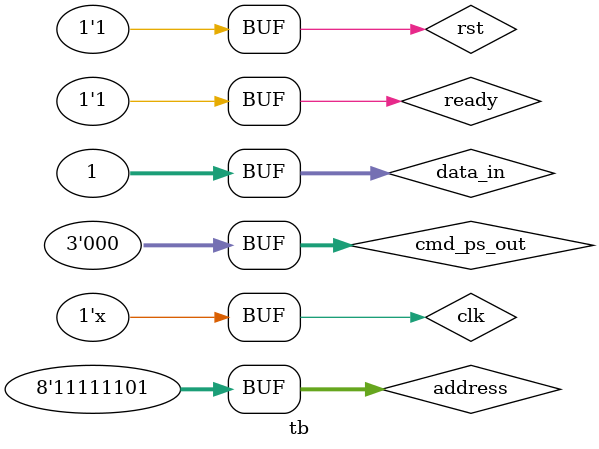
<source format=v>
module tb ();
reg clk;
reg rst;
reg ready;
reg [31:0]data_in;
reg [7:0]address;
reg [2:0] cmd_ps_out;
wire [31:0] data_in_pl;
wire	[7:0] address_pl;
wire [31:0] data_out;
wire [31:0] data_to_ps;
wire done_pl;

wire [2:0] cmd_pl_out;

mem m0(
    //input
	.clk (clk),
	.cmd_ps (cmd_ps_out),//0:write ps data ; 1:read ps data ; 2:write pl data ; 3:read pl data ; 4:idle
	.cmd_pl (cmd_pl_out),
	.data_in_ps (data_in),
	.data_in_pl (data_in_pl),
	.address_ps (address),
    .address_pl (address_pl),
    //output
	.data_out (data_out)
);
processor p1(
    //input
    .clk (clk),
	.rst (rst),
	.data_in (data_out),
	.ready (ready), //data is ready from ps
	//output
	.data_pl (data_in_pl),
	.address_pl (address_pl),
	.data_to_ps (data_to_ps),
	.cmd (cmd_pl_out), //command to memory
	.done_pl (done_pl)
);
initial begin
    clk=1;
    rst=0;
    ready=0;
    #10
    rst=1;
    #10
    data_in=32'h12341001;
    address=8'd255;
    cmd_ps_out=3'd0;
    #10
    data_in=32'h00000001;
    address=8'd254;
    cmd_ps_out=3'd0;
    #10
    data_in=32'h00000001;
    address=8'd253;
    cmd_ps_out=3'd0;

    #10
    ready=1;   
    
end
always #5 clk=~clk;
endmodule

</source>
